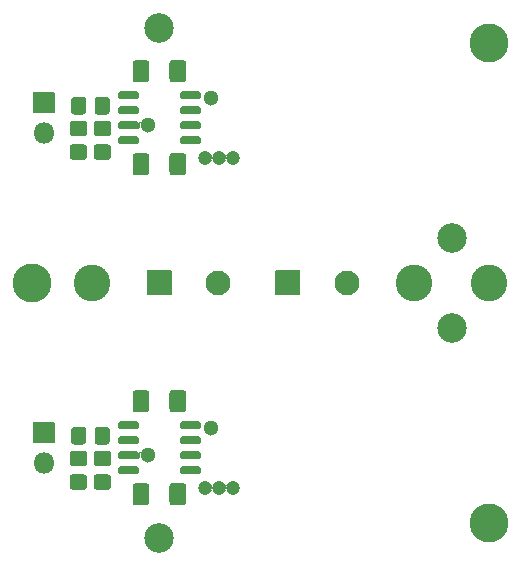
<source format=gbr>
%TF.GenerationSoftware,KiCad,Pcbnew,(5.1.7)-1*%
%TF.CreationDate,2021-01-12T16:04:50+01:00*%
%TF.ProjectId,TheDrut_2,54686544-7275-4745-9f32-2e6b69636164,rev?*%
%TF.SameCoordinates,Original*%
%TF.FileFunction,Soldermask,Bot*%
%TF.FilePolarity,Negative*%
%FSLAX46Y46*%
G04 Gerber Fmt 4.6, Leading zero omitted, Abs format (unit mm)*
G04 Created by KiCad (PCBNEW (5.1.7)-1) date 2021-01-12 16:04:50*
%MOMM*%
%LPD*%
G01*
G04 APERTURE LIST*
%ADD10C,3.100000*%
%ADD11C,3.300000*%
%ADD12C,2.100000*%
%ADD13C,2.500000*%
%ADD14O,1.800000X1.800000*%
%ADD15C,1.300000*%
%ADD16C,1.200000*%
%ADD17C,0.100000*%
G04 APERTURE END LIST*
D10*
X123190000Y-47625000D03*
X116840000Y-47625000D03*
X89535000Y-47625000D03*
D11*
X123190000Y-27305000D03*
X123190000Y-67945000D03*
X84455000Y-47625000D03*
G36*
G01*
X105075000Y-48625000D02*
X105075000Y-46625000D01*
G75*
G02*
X105125000Y-46575000I50000J0D01*
G01*
X107125000Y-46575000D01*
G75*
G02*
X107175000Y-46625000I0J-50000D01*
G01*
X107175000Y-48625000D01*
G75*
G02*
X107125000Y-48675000I-50000J0D01*
G01*
X105125000Y-48675000D01*
G75*
G02*
X105075000Y-48625000I0J50000D01*
G01*
G37*
D12*
X111125000Y-47625000D03*
G36*
G01*
X94200000Y-48625000D02*
X94200000Y-46625000D01*
G75*
G02*
X94250000Y-46575000I50000J0D01*
G01*
X96250000Y-46575000D01*
G75*
G02*
X96300000Y-46625000I0J-50000D01*
G01*
X96300000Y-48625000D01*
G75*
G02*
X96250000Y-48675000I-50000J0D01*
G01*
X94250000Y-48675000D01*
G75*
G02*
X94200000Y-48625000I0J50000D01*
G01*
G37*
X100250000Y-47625000D03*
G36*
G01*
X97000000Y-63675000D02*
X97000000Y-63325000D01*
G75*
G02*
X97175000Y-63150000I175000J0D01*
G01*
X98575000Y-63150000D01*
G75*
G02*
X98750000Y-63325000I0J-175000D01*
G01*
X98750000Y-63675000D01*
G75*
G02*
X98575000Y-63850000I-175000J0D01*
G01*
X97175000Y-63850000D01*
G75*
G02*
X97000000Y-63675000I0J175000D01*
G01*
G37*
G36*
G01*
X97000000Y-62405000D02*
X97000000Y-62055000D01*
G75*
G02*
X97175000Y-61880000I175000J0D01*
G01*
X98575000Y-61880000D01*
G75*
G02*
X98750000Y-62055000I0J-175000D01*
G01*
X98750000Y-62405000D01*
G75*
G02*
X98575000Y-62580000I-175000J0D01*
G01*
X97175000Y-62580000D01*
G75*
G02*
X97000000Y-62405000I0J175000D01*
G01*
G37*
G36*
G01*
X97000000Y-61135000D02*
X97000000Y-60785000D01*
G75*
G02*
X97175000Y-60610000I175000J0D01*
G01*
X98575000Y-60610000D01*
G75*
G02*
X98750000Y-60785000I0J-175000D01*
G01*
X98750000Y-61135000D01*
G75*
G02*
X98575000Y-61310000I-175000J0D01*
G01*
X97175000Y-61310000D01*
G75*
G02*
X97000000Y-61135000I0J175000D01*
G01*
G37*
G36*
G01*
X97000000Y-59865000D02*
X97000000Y-59515000D01*
G75*
G02*
X97175000Y-59340000I175000J0D01*
G01*
X98575000Y-59340000D01*
G75*
G02*
X98750000Y-59515000I0J-175000D01*
G01*
X98750000Y-59865000D01*
G75*
G02*
X98575000Y-60040000I-175000J0D01*
G01*
X97175000Y-60040000D01*
G75*
G02*
X97000000Y-59865000I0J175000D01*
G01*
G37*
G36*
G01*
X91750000Y-59865000D02*
X91750000Y-59515000D01*
G75*
G02*
X91925000Y-59340000I175000J0D01*
G01*
X93325000Y-59340000D01*
G75*
G02*
X93500000Y-59515000I0J-175000D01*
G01*
X93500000Y-59865000D01*
G75*
G02*
X93325000Y-60040000I-175000J0D01*
G01*
X91925000Y-60040000D01*
G75*
G02*
X91750000Y-59865000I0J175000D01*
G01*
G37*
G36*
G01*
X91750000Y-61135000D02*
X91750000Y-60785000D01*
G75*
G02*
X91925000Y-60610000I175000J0D01*
G01*
X93325000Y-60610000D01*
G75*
G02*
X93500000Y-60785000I0J-175000D01*
G01*
X93500000Y-61135000D01*
G75*
G02*
X93325000Y-61310000I-175000J0D01*
G01*
X91925000Y-61310000D01*
G75*
G02*
X91750000Y-61135000I0J175000D01*
G01*
G37*
G36*
G01*
X91750000Y-62405000D02*
X91750000Y-62055000D01*
G75*
G02*
X91925000Y-61880000I175000J0D01*
G01*
X93325000Y-61880000D01*
G75*
G02*
X93500000Y-62055000I0J-175000D01*
G01*
X93500000Y-62405000D01*
G75*
G02*
X93325000Y-62580000I-175000J0D01*
G01*
X91925000Y-62580000D01*
G75*
G02*
X91750000Y-62405000I0J175000D01*
G01*
G37*
G36*
G01*
X91750000Y-63675000D02*
X91750000Y-63325000D01*
G75*
G02*
X91925000Y-63150000I175000J0D01*
G01*
X93325000Y-63150000D01*
G75*
G02*
X93500000Y-63325000I0J-175000D01*
G01*
X93500000Y-63675000D01*
G75*
G02*
X93325000Y-63850000I-175000J0D01*
G01*
X91925000Y-63850000D01*
G75*
G02*
X91750000Y-63675000I0J175000D01*
G01*
G37*
G36*
G01*
X97000000Y-35735000D02*
X97000000Y-35385000D01*
G75*
G02*
X97175000Y-35210000I175000J0D01*
G01*
X98575000Y-35210000D01*
G75*
G02*
X98750000Y-35385000I0J-175000D01*
G01*
X98750000Y-35735000D01*
G75*
G02*
X98575000Y-35910000I-175000J0D01*
G01*
X97175000Y-35910000D01*
G75*
G02*
X97000000Y-35735000I0J175000D01*
G01*
G37*
G36*
G01*
X97000000Y-34465000D02*
X97000000Y-34115000D01*
G75*
G02*
X97175000Y-33940000I175000J0D01*
G01*
X98575000Y-33940000D01*
G75*
G02*
X98750000Y-34115000I0J-175000D01*
G01*
X98750000Y-34465000D01*
G75*
G02*
X98575000Y-34640000I-175000J0D01*
G01*
X97175000Y-34640000D01*
G75*
G02*
X97000000Y-34465000I0J175000D01*
G01*
G37*
G36*
G01*
X97000000Y-33195000D02*
X97000000Y-32845000D01*
G75*
G02*
X97175000Y-32670000I175000J0D01*
G01*
X98575000Y-32670000D01*
G75*
G02*
X98750000Y-32845000I0J-175000D01*
G01*
X98750000Y-33195000D01*
G75*
G02*
X98575000Y-33370000I-175000J0D01*
G01*
X97175000Y-33370000D01*
G75*
G02*
X97000000Y-33195000I0J175000D01*
G01*
G37*
G36*
G01*
X97000000Y-31925000D02*
X97000000Y-31575000D01*
G75*
G02*
X97175000Y-31400000I175000J0D01*
G01*
X98575000Y-31400000D01*
G75*
G02*
X98750000Y-31575000I0J-175000D01*
G01*
X98750000Y-31925000D01*
G75*
G02*
X98575000Y-32100000I-175000J0D01*
G01*
X97175000Y-32100000D01*
G75*
G02*
X97000000Y-31925000I0J175000D01*
G01*
G37*
G36*
G01*
X91750000Y-31925000D02*
X91750000Y-31575000D01*
G75*
G02*
X91925000Y-31400000I175000J0D01*
G01*
X93325000Y-31400000D01*
G75*
G02*
X93500000Y-31575000I0J-175000D01*
G01*
X93500000Y-31925000D01*
G75*
G02*
X93325000Y-32100000I-175000J0D01*
G01*
X91925000Y-32100000D01*
G75*
G02*
X91750000Y-31925000I0J175000D01*
G01*
G37*
G36*
G01*
X91750000Y-33195000D02*
X91750000Y-32845000D01*
G75*
G02*
X91925000Y-32670000I175000J0D01*
G01*
X93325000Y-32670000D01*
G75*
G02*
X93500000Y-32845000I0J-175000D01*
G01*
X93500000Y-33195000D01*
G75*
G02*
X93325000Y-33370000I-175000J0D01*
G01*
X91925000Y-33370000D01*
G75*
G02*
X91750000Y-33195000I0J175000D01*
G01*
G37*
G36*
G01*
X91750000Y-34465000D02*
X91750000Y-34115000D01*
G75*
G02*
X91925000Y-33940000I175000J0D01*
G01*
X93325000Y-33940000D01*
G75*
G02*
X93500000Y-34115000I0J-175000D01*
G01*
X93500000Y-34465000D01*
G75*
G02*
X93325000Y-34640000I-175000J0D01*
G01*
X91925000Y-34640000D01*
G75*
G02*
X91750000Y-34465000I0J175000D01*
G01*
G37*
G36*
G01*
X91750000Y-35735000D02*
X91750000Y-35385000D01*
G75*
G02*
X91925000Y-35210000I175000J0D01*
G01*
X93325000Y-35210000D01*
G75*
G02*
X93500000Y-35385000I0J-175000D01*
G01*
X93500000Y-35735000D01*
G75*
G02*
X93325000Y-35910000I-175000J0D01*
G01*
X91925000Y-35910000D01*
G75*
G02*
X91750000Y-35735000I0J175000D01*
G01*
G37*
G36*
G01*
X90903168Y-63150000D02*
X89944832Y-63150000D01*
G75*
G02*
X89674000Y-62879168I0J270832D01*
G01*
X89674000Y-62120832D01*
G75*
G02*
X89944832Y-61850000I270832J0D01*
G01*
X90903168Y-61850000D01*
G75*
G02*
X91174000Y-62120832I0J-270832D01*
G01*
X91174000Y-62879168D01*
G75*
G02*
X90903168Y-63150000I-270832J0D01*
G01*
G37*
G36*
G01*
X90903168Y-65150000D02*
X89944832Y-65150000D01*
G75*
G02*
X89674000Y-64879168I0J270832D01*
G01*
X89674000Y-64120832D01*
G75*
G02*
X89944832Y-63850000I270832J0D01*
G01*
X90903168Y-63850000D01*
G75*
G02*
X91174000Y-64120832I0J-270832D01*
G01*
X91174000Y-64879168D01*
G75*
G02*
X90903168Y-65150000I-270832J0D01*
G01*
G37*
G36*
G01*
X88871168Y-63150000D02*
X87912832Y-63150000D01*
G75*
G02*
X87642000Y-62879168I0J270832D01*
G01*
X87642000Y-62120832D01*
G75*
G02*
X87912832Y-61850000I270832J0D01*
G01*
X88871168Y-61850000D01*
G75*
G02*
X89142000Y-62120832I0J-270832D01*
G01*
X89142000Y-62879168D01*
G75*
G02*
X88871168Y-63150000I-270832J0D01*
G01*
G37*
G36*
G01*
X88871168Y-65150000D02*
X87912832Y-65150000D01*
G75*
G02*
X87642000Y-64879168I0J270832D01*
G01*
X87642000Y-64120832D01*
G75*
G02*
X87912832Y-63850000I270832J0D01*
G01*
X88871168Y-63850000D01*
G75*
G02*
X89142000Y-64120832I0J-270832D01*
G01*
X89142000Y-64879168D01*
G75*
G02*
X88871168Y-65150000I-270832J0D01*
G01*
G37*
G36*
G01*
X89058000Y-60099832D02*
X89058000Y-61058168D01*
G75*
G02*
X88787168Y-61329000I-270832J0D01*
G01*
X88028832Y-61329000D01*
G75*
G02*
X87758000Y-61058168I0J270832D01*
G01*
X87758000Y-60099832D01*
G75*
G02*
X88028832Y-59829000I270832J0D01*
G01*
X88787168Y-59829000D01*
G75*
G02*
X89058000Y-60099832I0J-270832D01*
G01*
G37*
G36*
G01*
X91058000Y-60099832D02*
X91058000Y-61058168D01*
G75*
G02*
X90787168Y-61329000I-270832J0D01*
G01*
X90028832Y-61329000D01*
G75*
G02*
X89758000Y-61058168I0J270832D01*
G01*
X89758000Y-60099832D01*
G75*
G02*
X90028832Y-59829000I270832J0D01*
G01*
X90787168Y-59829000D01*
G75*
G02*
X91058000Y-60099832I0J-270832D01*
G01*
G37*
G36*
G01*
X90903168Y-35210000D02*
X89944832Y-35210000D01*
G75*
G02*
X89674000Y-34939168I0J270832D01*
G01*
X89674000Y-34180832D01*
G75*
G02*
X89944832Y-33910000I270832J0D01*
G01*
X90903168Y-33910000D01*
G75*
G02*
X91174000Y-34180832I0J-270832D01*
G01*
X91174000Y-34939168D01*
G75*
G02*
X90903168Y-35210000I-270832J0D01*
G01*
G37*
G36*
G01*
X90903168Y-37210000D02*
X89944832Y-37210000D01*
G75*
G02*
X89674000Y-36939168I0J270832D01*
G01*
X89674000Y-36180832D01*
G75*
G02*
X89944832Y-35910000I270832J0D01*
G01*
X90903168Y-35910000D01*
G75*
G02*
X91174000Y-36180832I0J-270832D01*
G01*
X91174000Y-36939168D01*
G75*
G02*
X90903168Y-37210000I-270832J0D01*
G01*
G37*
G36*
G01*
X88871168Y-35210000D02*
X87912832Y-35210000D01*
G75*
G02*
X87642000Y-34939168I0J270832D01*
G01*
X87642000Y-34180832D01*
G75*
G02*
X87912832Y-33910000I270832J0D01*
G01*
X88871168Y-33910000D01*
G75*
G02*
X89142000Y-34180832I0J-270832D01*
G01*
X89142000Y-34939168D01*
G75*
G02*
X88871168Y-35210000I-270832J0D01*
G01*
G37*
G36*
G01*
X88871168Y-37210000D02*
X87912832Y-37210000D01*
G75*
G02*
X87642000Y-36939168I0J270832D01*
G01*
X87642000Y-36180832D01*
G75*
G02*
X87912832Y-35910000I270832J0D01*
G01*
X88871168Y-35910000D01*
G75*
G02*
X89142000Y-36180832I0J-270832D01*
G01*
X89142000Y-36939168D01*
G75*
G02*
X88871168Y-37210000I-270832J0D01*
G01*
G37*
G36*
G01*
X89058000Y-32159832D02*
X89058000Y-33118168D01*
G75*
G02*
X88787168Y-33389000I-270832J0D01*
G01*
X88028832Y-33389000D01*
G75*
G02*
X87758000Y-33118168I0J270832D01*
G01*
X87758000Y-32159832D01*
G75*
G02*
X88028832Y-31889000I270832J0D01*
G01*
X88787168Y-31889000D01*
G75*
G02*
X89058000Y-32159832I0J-270832D01*
G01*
G37*
G36*
G01*
X91058000Y-32159832D02*
X91058000Y-33118168D01*
G75*
G02*
X90787168Y-33389000I-270832J0D01*
G01*
X90028832Y-33389000D01*
G75*
G02*
X89758000Y-33118168I0J270832D01*
G01*
X89758000Y-32159832D01*
G75*
G02*
X90028832Y-31889000I270832J0D01*
G01*
X90787168Y-31889000D01*
G75*
G02*
X91058000Y-32159832I0J-270832D01*
G01*
G37*
D13*
X120015000Y-51435000D03*
X95250000Y-69215000D03*
D14*
X85471000Y-62865000D03*
G36*
G01*
X84571000Y-61175000D02*
X84571000Y-59475000D01*
G75*
G02*
X84621000Y-59425000I50000J0D01*
G01*
X86321000Y-59425000D01*
G75*
G02*
X86371000Y-59475000I0J-50000D01*
G01*
X86371000Y-61175000D01*
G75*
G02*
X86321000Y-61225000I-50000J0D01*
G01*
X84621000Y-61225000D01*
G75*
G02*
X84571000Y-61175000I0J50000D01*
G01*
G37*
D13*
X120015000Y-43815000D03*
X95250000Y-26035000D03*
D14*
X85471000Y-34925000D03*
G36*
G01*
X84571000Y-33235000D02*
X84571000Y-31535000D01*
G75*
G02*
X84621000Y-31485000I50000J0D01*
G01*
X86321000Y-31485000D01*
G75*
G02*
X86371000Y-31535000I0J-50000D01*
G01*
X86371000Y-33235000D01*
G75*
G02*
X86321000Y-33285000I-50000J0D01*
G01*
X84621000Y-33285000D01*
G75*
G02*
X84571000Y-33235000I0J50000D01*
G01*
G37*
G36*
G01*
X96100000Y-58339136D02*
X96100000Y-56976864D01*
G75*
G02*
X96368864Y-56708000I268864J0D01*
G01*
X97256136Y-56708000D01*
G75*
G02*
X97525000Y-56976864I0J-268864D01*
G01*
X97525000Y-58339136D01*
G75*
G02*
X97256136Y-58608000I-268864J0D01*
G01*
X96368864Y-58608000D01*
G75*
G02*
X96100000Y-58339136I0J268864D01*
G01*
G37*
G36*
G01*
X92975000Y-58339136D02*
X92975000Y-56976864D01*
G75*
G02*
X93243864Y-56708000I268864J0D01*
G01*
X94131136Y-56708000D01*
G75*
G02*
X94400000Y-56976864I0J-268864D01*
G01*
X94400000Y-58339136D01*
G75*
G02*
X94131136Y-58608000I-268864J0D01*
G01*
X93243864Y-58608000D01*
G75*
G02*
X92975000Y-58339136I0J268864D01*
G01*
G37*
G36*
G01*
X96100000Y-66213136D02*
X96100000Y-64850864D01*
G75*
G02*
X96368864Y-64582000I268864J0D01*
G01*
X97256136Y-64582000D01*
G75*
G02*
X97525000Y-64850864I0J-268864D01*
G01*
X97525000Y-66213136D01*
G75*
G02*
X97256136Y-66482000I-268864J0D01*
G01*
X96368864Y-66482000D01*
G75*
G02*
X96100000Y-66213136I0J268864D01*
G01*
G37*
G36*
G01*
X92975000Y-66213136D02*
X92975000Y-64850864D01*
G75*
G02*
X93243864Y-64582000I268864J0D01*
G01*
X94131136Y-64582000D01*
G75*
G02*
X94400000Y-64850864I0J-268864D01*
G01*
X94400000Y-66213136D01*
G75*
G02*
X94131136Y-66482000I-268864J0D01*
G01*
X93243864Y-66482000D01*
G75*
G02*
X92975000Y-66213136I0J268864D01*
G01*
G37*
G36*
G01*
X96100000Y-30399136D02*
X96100000Y-29036864D01*
G75*
G02*
X96368864Y-28768000I268864J0D01*
G01*
X97256136Y-28768000D01*
G75*
G02*
X97525000Y-29036864I0J-268864D01*
G01*
X97525000Y-30399136D01*
G75*
G02*
X97256136Y-30668000I-268864J0D01*
G01*
X96368864Y-30668000D01*
G75*
G02*
X96100000Y-30399136I0J268864D01*
G01*
G37*
G36*
G01*
X92975000Y-30399136D02*
X92975000Y-29036864D01*
G75*
G02*
X93243864Y-28768000I268864J0D01*
G01*
X94131136Y-28768000D01*
G75*
G02*
X94400000Y-29036864I0J-268864D01*
G01*
X94400000Y-30399136D01*
G75*
G02*
X94131136Y-30668000I-268864J0D01*
G01*
X93243864Y-30668000D01*
G75*
G02*
X92975000Y-30399136I0J268864D01*
G01*
G37*
G36*
G01*
X96100000Y-38273136D02*
X96100000Y-36910864D01*
G75*
G02*
X96368864Y-36642000I268864J0D01*
G01*
X97256136Y-36642000D01*
G75*
G02*
X97525000Y-36910864I0J-268864D01*
G01*
X97525000Y-38273136D01*
G75*
G02*
X97256136Y-38542000I-268864J0D01*
G01*
X96368864Y-38542000D01*
G75*
G02*
X96100000Y-38273136I0J268864D01*
G01*
G37*
G36*
G01*
X92975000Y-38273136D02*
X92975000Y-36910864D01*
G75*
G02*
X93243864Y-36642000I268864J0D01*
G01*
X94131136Y-36642000D01*
G75*
G02*
X94400000Y-36910864I0J-268864D01*
G01*
X94400000Y-38273136D01*
G75*
G02*
X94131136Y-38542000I-268864J0D01*
G01*
X93243864Y-38542000D01*
G75*
G02*
X92975000Y-38273136I0J268864D01*
G01*
G37*
D15*
X96812500Y-37592000D03*
D16*
X100270000Y-37055000D03*
D15*
X96812500Y-65532000D03*
D16*
X100270000Y-64995000D03*
X99070000Y-37055000D03*
X101470000Y-37055000D03*
X99070000Y-64995000D03*
X101470000Y-64995000D03*
D15*
X93687500Y-29718000D03*
X93687500Y-37592000D03*
X93687500Y-57658000D03*
X93687500Y-65532000D03*
X96812500Y-29718000D03*
X96812500Y-57658000D03*
X94250000Y-34290000D03*
X99635000Y-31955000D03*
X94250000Y-62230000D03*
X99635000Y-59895000D03*
D17*
G36*
X100791519Y-64697155D02*
G01*
X100800711Y-64708354D01*
X100815559Y-64720541D01*
X100832500Y-64729596D01*
X100850885Y-64735173D01*
X100869999Y-64737056D01*
X100889113Y-64735174D01*
X100907498Y-64729596D01*
X100924440Y-64720542D01*
X100939288Y-64708355D01*
X100948481Y-64697154D01*
X100950353Y-64696450D01*
X100951899Y-64697719D01*
X100951690Y-64699534D01*
X100942620Y-64713109D01*
X100897760Y-64821411D01*
X100874889Y-64936389D01*
X100874889Y-65053611D01*
X100897760Y-65168589D01*
X100942620Y-65276891D01*
X100951690Y-65290465D01*
X100951821Y-65292461D01*
X100950158Y-65293572D01*
X100948481Y-65292845D01*
X100939289Y-65281646D01*
X100924441Y-65269459D01*
X100907500Y-65260404D01*
X100889115Y-65254827D01*
X100870001Y-65252944D01*
X100850887Y-65254826D01*
X100832502Y-65260404D01*
X100815560Y-65269458D01*
X100800712Y-65281645D01*
X100791519Y-65292846D01*
X100789647Y-65293550D01*
X100788101Y-65292281D01*
X100788310Y-65290466D01*
X100797380Y-65276891D01*
X100842240Y-65168589D01*
X100865111Y-65053611D01*
X100865111Y-64936389D01*
X100842240Y-64821411D01*
X100797380Y-64713109D01*
X100788310Y-64699535D01*
X100788179Y-64697539D01*
X100789842Y-64696428D01*
X100791519Y-64697155D01*
G37*
G36*
X99591519Y-64697155D02*
G01*
X99600711Y-64708354D01*
X99615559Y-64720541D01*
X99632500Y-64729596D01*
X99650885Y-64735173D01*
X99669999Y-64737056D01*
X99689113Y-64735174D01*
X99707498Y-64729596D01*
X99724440Y-64720542D01*
X99739288Y-64708355D01*
X99748481Y-64697154D01*
X99750353Y-64696450D01*
X99751899Y-64697719D01*
X99751690Y-64699534D01*
X99742620Y-64713109D01*
X99697760Y-64821411D01*
X99674889Y-64936389D01*
X99674889Y-65053611D01*
X99697760Y-65168589D01*
X99742620Y-65276891D01*
X99751690Y-65290465D01*
X99751821Y-65292461D01*
X99750158Y-65293572D01*
X99748481Y-65292845D01*
X99739289Y-65281646D01*
X99724441Y-65269459D01*
X99707500Y-65260404D01*
X99689115Y-65254827D01*
X99670001Y-65252944D01*
X99650887Y-65254826D01*
X99632502Y-65260404D01*
X99615560Y-65269458D01*
X99600712Y-65281645D01*
X99591519Y-65292846D01*
X99589647Y-65293550D01*
X99588101Y-65292281D01*
X99588310Y-65290466D01*
X99597380Y-65276891D01*
X99642240Y-65168589D01*
X99665111Y-65053611D01*
X99665111Y-64936389D01*
X99642240Y-64821411D01*
X99597380Y-64713109D01*
X99588310Y-64699535D01*
X99588179Y-64697539D01*
X99589842Y-64696428D01*
X99591519Y-64697155D01*
G37*
G36*
X93370279Y-61878010D02*
G01*
X93399489Y-61880887D01*
X93399874Y-61880963D01*
X93423231Y-61888048D01*
X93423593Y-61888198D01*
X93445121Y-61899705D01*
X93445447Y-61899923D01*
X93464315Y-61915408D01*
X93464592Y-61915685D01*
X93480077Y-61934553D01*
X93480295Y-61934879D01*
X93489700Y-61952474D01*
X93500426Y-61968526D01*
X93514008Y-61982108D01*
X93529980Y-61992779D01*
X93547726Y-62000130D01*
X93566570Y-62003879D01*
X93585775Y-62003878D01*
X93604619Y-62000130D01*
X93622365Y-61992779D01*
X93638337Y-61982107D01*
X93651919Y-61968525D01*
X93662699Y-61952390D01*
X93664493Y-61951505D01*
X93666156Y-61952616D01*
X93666210Y-61954266D01*
X93629913Y-62041897D01*
X93605130Y-62166488D01*
X93605130Y-62293512D01*
X93629913Y-62418103D01*
X93668090Y-62510271D01*
X93667829Y-62512254D01*
X93665981Y-62513019D01*
X93664478Y-62511979D01*
X93657648Y-62499199D01*
X93645462Y-62484351D01*
X93630613Y-62472164D01*
X93613672Y-62463109D01*
X93595287Y-62457532D01*
X93576173Y-62455649D01*
X93557059Y-62457531D01*
X93538674Y-62463109D01*
X93521732Y-62472163D01*
X93506884Y-62484349D01*
X93494663Y-62499240D01*
X93489729Y-62507472D01*
X93480295Y-62525121D01*
X93480077Y-62525447D01*
X93464592Y-62544315D01*
X93464315Y-62544592D01*
X93445447Y-62560077D01*
X93445121Y-62560295D01*
X93423593Y-62571802D01*
X93423231Y-62571952D01*
X93399874Y-62579037D01*
X93399489Y-62579113D01*
X93370279Y-62581990D01*
X93370083Y-62582000D01*
X93325000Y-62582000D01*
X93323268Y-62581000D01*
X93323268Y-62579000D01*
X93324804Y-62578010D01*
X93358746Y-62574667D01*
X93391201Y-62564822D01*
X93421109Y-62548836D01*
X93447323Y-62527323D01*
X93468836Y-62501109D01*
X93484822Y-62471201D01*
X93494667Y-62438746D01*
X93498000Y-62404906D01*
X93498000Y-62055094D01*
X93494667Y-62021254D01*
X93484822Y-61988799D01*
X93468836Y-61958891D01*
X93447323Y-61932677D01*
X93421109Y-61911164D01*
X93391201Y-61895178D01*
X93358746Y-61885333D01*
X93324804Y-61881990D01*
X93323178Y-61880825D01*
X93323374Y-61878835D01*
X93325000Y-61878000D01*
X93370083Y-61878000D01*
X93370279Y-61878010D01*
G37*
G36*
X100791519Y-36757155D02*
G01*
X100800711Y-36768354D01*
X100815559Y-36780541D01*
X100832500Y-36789596D01*
X100850885Y-36795173D01*
X100869999Y-36797056D01*
X100889113Y-36795174D01*
X100907498Y-36789596D01*
X100924440Y-36780542D01*
X100939288Y-36768355D01*
X100948481Y-36757154D01*
X100950353Y-36756450D01*
X100951899Y-36757719D01*
X100951690Y-36759534D01*
X100942620Y-36773109D01*
X100897760Y-36881411D01*
X100874889Y-36996389D01*
X100874889Y-37113611D01*
X100897760Y-37228589D01*
X100942620Y-37336891D01*
X100951690Y-37350465D01*
X100951821Y-37352461D01*
X100950158Y-37353572D01*
X100948481Y-37352845D01*
X100939289Y-37341646D01*
X100924441Y-37329459D01*
X100907500Y-37320404D01*
X100889115Y-37314827D01*
X100870001Y-37312944D01*
X100850887Y-37314826D01*
X100832502Y-37320404D01*
X100815560Y-37329458D01*
X100800712Y-37341645D01*
X100791519Y-37352846D01*
X100789647Y-37353550D01*
X100788101Y-37352281D01*
X100788310Y-37350466D01*
X100797380Y-37336891D01*
X100842240Y-37228589D01*
X100865111Y-37113611D01*
X100865111Y-36996389D01*
X100842240Y-36881411D01*
X100797380Y-36773109D01*
X100788310Y-36759535D01*
X100788179Y-36757539D01*
X100789842Y-36756428D01*
X100791519Y-36757155D01*
G37*
G36*
X99591519Y-36757155D02*
G01*
X99600711Y-36768354D01*
X99615559Y-36780541D01*
X99632500Y-36789596D01*
X99650885Y-36795173D01*
X99669999Y-36797056D01*
X99689113Y-36795174D01*
X99707498Y-36789596D01*
X99724440Y-36780542D01*
X99739288Y-36768355D01*
X99748481Y-36757154D01*
X99750353Y-36756450D01*
X99751899Y-36757719D01*
X99751690Y-36759534D01*
X99742620Y-36773109D01*
X99697760Y-36881411D01*
X99674889Y-36996389D01*
X99674889Y-37113611D01*
X99697760Y-37228589D01*
X99742620Y-37336891D01*
X99751690Y-37350465D01*
X99751821Y-37352461D01*
X99750158Y-37353572D01*
X99748481Y-37352845D01*
X99739289Y-37341646D01*
X99724441Y-37329459D01*
X99707500Y-37320404D01*
X99689115Y-37314827D01*
X99670001Y-37312944D01*
X99650887Y-37314826D01*
X99632502Y-37320404D01*
X99615560Y-37329458D01*
X99600712Y-37341645D01*
X99591519Y-37352846D01*
X99589647Y-37353550D01*
X99588101Y-37352281D01*
X99588310Y-37350466D01*
X99597380Y-37336891D01*
X99642240Y-37228589D01*
X99665111Y-37113611D01*
X99665111Y-36996389D01*
X99642240Y-36881411D01*
X99597380Y-36773109D01*
X99588310Y-36759535D01*
X99588179Y-36757539D01*
X99589842Y-36756428D01*
X99591519Y-36757155D01*
G37*
G36*
X93370279Y-33938010D02*
G01*
X93399489Y-33940887D01*
X93399874Y-33940963D01*
X93423231Y-33948048D01*
X93423593Y-33948198D01*
X93445121Y-33959705D01*
X93445447Y-33959923D01*
X93464315Y-33975408D01*
X93464592Y-33975685D01*
X93480077Y-33994553D01*
X93480295Y-33994879D01*
X93489700Y-34012474D01*
X93500426Y-34028526D01*
X93514008Y-34042108D01*
X93529980Y-34052779D01*
X93547726Y-34060130D01*
X93566570Y-34063879D01*
X93585775Y-34063878D01*
X93604619Y-34060130D01*
X93622365Y-34052779D01*
X93638337Y-34042107D01*
X93651919Y-34028525D01*
X93662699Y-34012390D01*
X93664493Y-34011505D01*
X93666156Y-34012616D01*
X93666210Y-34014266D01*
X93629913Y-34101897D01*
X93605130Y-34226488D01*
X93605130Y-34353512D01*
X93629913Y-34478103D01*
X93668090Y-34570271D01*
X93667829Y-34572254D01*
X93665981Y-34573019D01*
X93664478Y-34571979D01*
X93657648Y-34559199D01*
X93645462Y-34544351D01*
X93630613Y-34532164D01*
X93613672Y-34523109D01*
X93595287Y-34517532D01*
X93576173Y-34515649D01*
X93557059Y-34517531D01*
X93538674Y-34523109D01*
X93521732Y-34532163D01*
X93506884Y-34544349D01*
X93494663Y-34559240D01*
X93489729Y-34567472D01*
X93480295Y-34585121D01*
X93480077Y-34585447D01*
X93464592Y-34604315D01*
X93464315Y-34604592D01*
X93445447Y-34620077D01*
X93445121Y-34620295D01*
X93423593Y-34631802D01*
X93423231Y-34631952D01*
X93399874Y-34639037D01*
X93399489Y-34639113D01*
X93370279Y-34641990D01*
X93370083Y-34642000D01*
X93325000Y-34642000D01*
X93323268Y-34641000D01*
X93323268Y-34639000D01*
X93324804Y-34638010D01*
X93358746Y-34634667D01*
X93391201Y-34624822D01*
X93421109Y-34608836D01*
X93447323Y-34587323D01*
X93468836Y-34561109D01*
X93484822Y-34531201D01*
X93494667Y-34498746D01*
X93498000Y-34464906D01*
X93498000Y-34115094D01*
X93494667Y-34081254D01*
X93484822Y-34048799D01*
X93468836Y-34018891D01*
X93447323Y-33992677D01*
X93421109Y-33971164D01*
X93391201Y-33955178D01*
X93358746Y-33945333D01*
X93324804Y-33941990D01*
X93323178Y-33940825D01*
X93323374Y-33938835D01*
X93325000Y-33938000D01*
X93370083Y-33938000D01*
X93370279Y-33938010D01*
G37*
M02*

</source>
